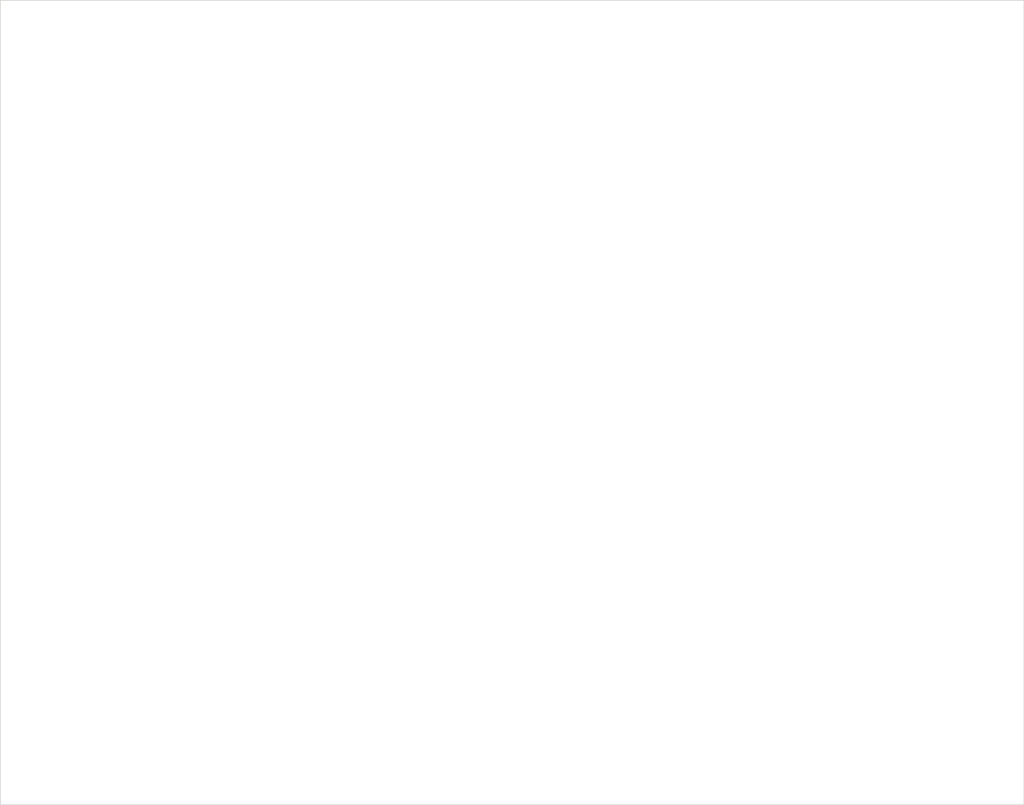
<source format=kicad_pcb>
(kicad_pcb
	(version 20241229)
	(generator "pcbnew")
	(generator_version "9.0")
	(general
		(thickness 1.6)
		(legacy_teardrops no)
	)
	(paper "A4")
	(layers
		(0 "F.Cu" signal)
		(2 "B.Cu" signal)
		(9 "F.Adhes" user "F.Adhesive")
		(11 "B.Adhes" user "B.Adhesive")
		(13 "F.Paste" user)
		(15 "B.Paste" user)
		(5 "F.SilkS" user "F.Silkscreen")
		(7 "B.SilkS" user "B.Silkscreen")
		(1 "F.Mask" user)
		(3 "B.Mask" user)
		(17 "Dwgs.User" user "User.Drawings")
		(19 "Cmts.User" user "User.Comments")
		(21 "Eco1.User" user "User.Eco1")
		(23 "Eco2.User" user "User.Eco2")
		(25 "Edge.Cuts" user)
		(27 "Margin" user)
		(31 "F.CrtYd" user "F.Courtyard")
		(29 "B.CrtYd" user "B.Courtyard")
		(35 "F.Fab" user)
		(33 "B.Fab" user)
		(39 "User.1" user)
		(41 "User.2" user)
		(43 "User.3" user)
		(45 "User.4" user)
	)
	(setup
		(pad_to_mask_clearance 0)
		(allow_soldermask_bridges_in_footprints no)
		(tenting front back)
		(pcbplotparams
			(layerselection 0x00000000_00000000_55555555_5755f5ff)
			(plot_on_all_layers_selection 0x00000000_00000000_00000000_00000000)
			(disableapertmacros no)
			(usegerberextensions no)
			(usegerberattributes yes)
			(usegerberadvancedattributes yes)
			(creategerberjobfile yes)
			(dashed_line_dash_ratio 12.000000)
			(dashed_line_gap_ratio 3.000000)
			(svgprecision 4)
			(plotframeref no)
			(mode 1)
			(useauxorigin no)
			(hpglpennumber 1)
			(hpglpenspeed 20)
			(hpglpendiameter 15.000000)
			(pdf_front_fp_property_popups yes)
			(pdf_back_fp_property_popups yes)
			(pdf_metadata yes)
			(pdf_single_document no)
			(dxfpolygonmode yes)
			(dxfimperialunits yes)
			(dxfusepcbnewfont yes)
			(psnegative no)
			(psa4output no)
			(plot_black_and_white yes)
			(sketchpadsonfab no)
			(plotpadnumbers no)
			(hidednponfab no)
			(sketchdnponfab yes)
			(crossoutdnponfab yes)
			(subtractmaskfromsilk no)
			(outputformat 1)
			(mirror no)
			(drillshape 1)
			(scaleselection 1)
			(outputdirectory "")
		)
	)
	(net 0 "")
	(gr_rect
		(start 52.5 44.75)
		(end 122.5 99.75)
		(stroke
			(width 0.05)
			(type default)
		)
		(fill no)
		(layer "Edge.Cuts")
		(uuid "e0425069-1038-4956-8ec6-3892d9834cae")
	)
	(embedded_fonts no)
)

</source>
